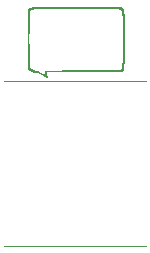
<source format=gbr>
%TF.GenerationSoftware,KiCad,Pcbnew,(6.0.5-0)*%
%TF.CreationDate,2022-06-18T00:50:55+09:00*%
%TF.ProjectId,tinypicokey,74696e79-7069-4636-9f6b-65792e6b6963,rev?*%
%TF.SameCoordinates,Original*%
%TF.FileFunction,Legend,Top*%
%TF.FilePolarity,Positive*%
%FSLAX46Y46*%
G04 Gerber Fmt 4.6, Leading zero omitted, Abs format (unit mm)*
G04 Created by KiCad (PCBNEW (6.0.5-0)) date 2022-06-18 00:50:55*
%MOMM*%
%LPD*%
G01*
G04 APERTURE LIST*
%ADD10C,0.150000*%
%ADD11C,0.120000*%
G04 APERTURE END LIST*
D10*
%TO.C,*%
%TO.C,G\u002A\u002A\u002A*%
G36*
X98247664Y-79872577D02*
G01*
X98250950Y-79492074D01*
X98255570Y-79139415D01*
X98261523Y-78823988D01*
X98268809Y-78555178D01*
X98277427Y-78342373D01*
X98287379Y-78194960D01*
X98298663Y-78122325D01*
X98299471Y-78120353D01*
X98316715Y-78081156D01*
X98333967Y-78046636D01*
X98356419Y-78016497D01*
X98389260Y-77990442D01*
X98437681Y-77968173D01*
X98506873Y-77949395D01*
X98602025Y-77933810D01*
X98728329Y-77921121D01*
X98890974Y-77911033D01*
X99095152Y-77903247D01*
X99346052Y-77897468D01*
X99648865Y-77893399D01*
X100008782Y-77890742D01*
X100430993Y-77889201D01*
X100920688Y-77888480D01*
X101483058Y-77888282D01*
X102123294Y-77888309D01*
X102357899Y-77888316D01*
X103055803Y-77888610D01*
X103672795Y-77889526D01*
X104212768Y-77891115D01*
X104679616Y-77893427D01*
X105077232Y-77896514D01*
X105409510Y-77900426D01*
X105680343Y-77905214D01*
X105893626Y-77910928D01*
X106053252Y-77917620D01*
X106163114Y-77925340D01*
X106227106Y-77934139D01*
X106243152Y-77938975D01*
X106290602Y-77961173D01*
X106331099Y-77985506D01*
X106365193Y-78018448D01*
X106393434Y-78066474D01*
X106416375Y-78136057D01*
X106434566Y-78233669D01*
X106448558Y-78365786D01*
X106458901Y-78538881D01*
X106466146Y-78759427D01*
X106470845Y-79033898D01*
X106473548Y-79368768D01*
X106474807Y-79770510D01*
X106475171Y-80245599D01*
X106475189Y-80665778D01*
X106475138Y-81201798D01*
X106474617Y-81659483D01*
X106473076Y-82045308D01*
X106469963Y-82365746D01*
X106464729Y-82627271D01*
X106456821Y-82836356D01*
X106445690Y-82999475D01*
X106430783Y-83123102D01*
X106411551Y-83213710D01*
X106387442Y-83277773D01*
X106357906Y-83321766D01*
X106322392Y-83352160D01*
X106280348Y-83375431D01*
X106243152Y-83392581D01*
X106197739Y-83402845D01*
X106106775Y-83411779D01*
X105966067Y-83419447D01*
X105771420Y-83425915D01*
X105518640Y-83431249D01*
X105203533Y-83435514D01*
X104821905Y-83438775D01*
X104369561Y-83441099D01*
X103842308Y-83442550D01*
X103235951Y-83443194D01*
X102997946Y-83443240D01*
X99863926Y-83443240D01*
X99925651Y-83618188D01*
X99974114Y-83776285D01*
X99982902Y-83869393D01*
X99952310Y-83907325D01*
X99934371Y-83909413D01*
X99877842Y-83889096D01*
X99765788Y-83834295D01*
X99615571Y-83753882D01*
X99478528Y-83676462D01*
X99292184Y-83571416D01*
X99155632Y-83503516D01*
X99046822Y-83464844D01*
X98943701Y-83447481D01*
X98829761Y-83443512D01*
X98588029Y-83419559D01*
X98414558Y-83347621D01*
X98306981Y-83226660D01*
X98299471Y-83211203D01*
X98288097Y-83143943D01*
X98278056Y-83001272D01*
X98269347Y-82792577D01*
X98261972Y-82527245D01*
X98255929Y-82214663D01*
X98251219Y-81864218D01*
X98247843Y-81485296D01*
X98245799Y-81087284D01*
X98245088Y-80679569D01*
X98245506Y-80405111D01*
X98412996Y-80405111D01*
X98413495Y-80801202D01*
X98415596Y-81194126D01*
X98419279Y-81574152D01*
X98424525Y-81931550D01*
X98431314Y-82256589D01*
X98439626Y-82539540D01*
X98449440Y-82770672D01*
X98460737Y-82940256D01*
X98473497Y-83038560D01*
X98478853Y-83055455D01*
X98591347Y-83184585D01*
X98766894Y-83258000D01*
X98939872Y-83276736D01*
X99068980Y-83294720D01*
X99213395Y-83350198D01*
X99396108Y-83452226D01*
X99414922Y-83463818D01*
X99583813Y-83566482D01*
X99692938Y-83627081D01*
X99752994Y-83650748D01*
X99774673Y-83642617D01*
X99775356Y-83636819D01*
X99761911Y-83587859D01*
X99734141Y-83509975D01*
X99716085Y-83465862D01*
X99701426Y-83427593D01*
X99695624Y-83394754D01*
X99704141Y-83366930D01*
X99732437Y-83343709D01*
X99785972Y-83324675D01*
X99870206Y-83309416D01*
X99990600Y-83297517D01*
X100152615Y-83288564D01*
X100361710Y-83282144D01*
X100623347Y-83277842D01*
X100942986Y-83275244D01*
X101326087Y-83273938D01*
X101778111Y-83273508D01*
X102304517Y-83273541D01*
X102852188Y-83273624D01*
X103485573Y-83273251D01*
X104038361Y-83272086D01*
X104514756Y-83270064D01*
X104918965Y-83267119D01*
X105255196Y-83263184D01*
X105527653Y-83258194D01*
X105740544Y-83252081D01*
X105898075Y-83244781D01*
X106004453Y-83236227D01*
X106063883Y-83226352D01*
X106073536Y-83222965D01*
X106122514Y-83199814D01*
X106164065Y-83174084D01*
X106198799Y-83139053D01*
X106227327Y-83088001D01*
X106250258Y-83014207D01*
X106268206Y-82910950D01*
X106281779Y-82771511D01*
X106291589Y-82589166D01*
X106298247Y-82357197D01*
X106302364Y-82068883D01*
X106304550Y-81717502D01*
X106305416Y-81296334D01*
X106305573Y-80798657D01*
X106305573Y-80669879D01*
X106305009Y-80127692D01*
X106303253Y-79665629D01*
X106300204Y-79279013D01*
X106295763Y-78963167D01*
X106289830Y-78713413D01*
X106282306Y-78525075D01*
X106273091Y-78393475D01*
X106262086Y-78313936D01*
X106254913Y-78289969D01*
X106237207Y-78249980D01*
X106219306Y-78214867D01*
X106195900Y-78184311D01*
X106161679Y-78157998D01*
X106111333Y-78135610D01*
X106039552Y-78116831D01*
X105941027Y-78101344D01*
X105810448Y-78088834D01*
X105642504Y-78078982D01*
X105431886Y-78071474D01*
X105173284Y-78065992D01*
X104861388Y-78062220D01*
X104490888Y-78059841D01*
X104056475Y-78058540D01*
X103552837Y-78057998D01*
X102974667Y-78057901D01*
X102362000Y-78057932D01*
X101709343Y-78057900D01*
X101136183Y-78058017D01*
X100637211Y-78058598D01*
X100207118Y-78059960D01*
X99840593Y-78062419D01*
X99532326Y-78066293D01*
X99277007Y-78071897D01*
X99069328Y-78079549D01*
X98903977Y-78089563D01*
X98775645Y-78102258D01*
X98679021Y-78117949D01*
X98608797Y-78136954D01*
X98559662Y-78159587D01*
X98526306Y-78186167D01*
X98503420Y-78217009D01*
X98485692Y-78252430D01*
X98469087Y-78289969D01*
X98456048Y-78361114D01*
X98444772Y-78506933D01*
X98435237Y-78717696D01*
X98427424Y-78983673D01*
X98421314Y-79295133D01*
X98416886Y-79642346D01*
X98414120Y-80015582D01*
X98412996Y-80405111D01*
X98245506Y-80405111D01*
X98245710Y-80271537D01*
X98247664Y-79872577D01*
G37*
D11*
%TO.C,SW1*%
X108280000Y-98155000D02*
X96280000Y-98155000D01*
X96280000Y-84185000D02*
X108280000Y-84185000D01*
%TD*%
M02*

</source>
